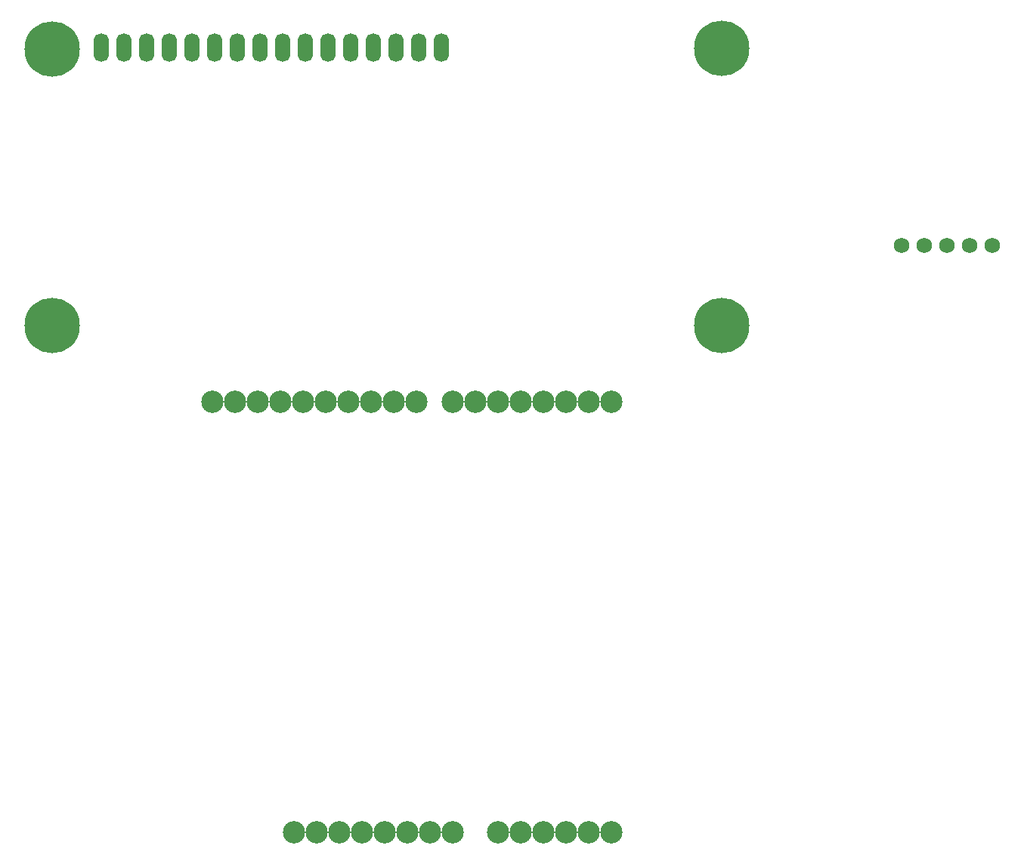
<source format=gbr>
G04*
G04 #@! TF.GenerationSoftware,Altium Limited,Altium Designer,25.1.2 (22)*
G04*
G04 Layer_Color=16711935*
%FSLAX44Y44*%
%MOMM*%
G71*
G04*
G04 #@! TF.SameCoordinates,9535EB50-0258-4A23-84A0-ABDCE19BAB1E*
G04*
G04*
G04 #@! TF.FilePolarity,Negative*
G04*
G01*
G75*
%ADD24O,1.7112X3.2192*%
%ADD25C,6.2032*%
%ADD26C,1.7272*%
%ADD27C,2.5032*%
D24*
X367030Y1206500D02*
D03*
X392430D02*
D03*
X417830D02*
D03*
X443230D02*
D03*
X468630D02*
D03*
X494030D02*
D03*
X519430D02*
D03*
X544830D02*
D03*
X570230D02*
D03*
X595630D02*
D03*
X621030D02*
D03*
X646430D02*
D03*
X671830D02*
D03*
X697230D02*
D03*
X722630D02*
D03*
X748030D02*
D03*
D25*
X312030Y1204500D02*
D03*
X1062030Y1205500D02*
D03*
X312030Y894500D02*
D03*
X1062030D02*
D03*
D26*
X1365250Y984250D02*
D03*
X1339850D02*
D03*
X1263650D02*
D03*
X1289050D02*
D03*
X1314450D02*
D03*
D27*
X760810Y809020D02*
D03*
X786210D02*
D03*
X811610D02*
D03*
X837010D02*
D03*
X862410D02*
D03*
X887810D02*
D03*
X913210D02*
D03*
X938610D02*
D03*
X491570D02*
D03*
X516970D02*
D03*
X542370D02*
D03*
X567770D02*
D03*
X593170D02*
D03*
X618570D02*
D03*
X643970D02*
D03*
X669370D02*
D03*
X694770D02*
D03*
X720170D02*
D03*
X938610Y326420D02*
D03*
X913210D02*
D03*
X887810D02*
D03*
X862410D02*
D03*
X837010D02*
D03*
X811610D02*
D03*
X760810D02*
D03*
X735410D02*
D03*
X710010D02*
D03*
X684610D02*
D03*
X659210D02*
D03*
X633810D02*
D03*
X608410D02*
D03*
X583010D02*
D03*
M02*

</source>
